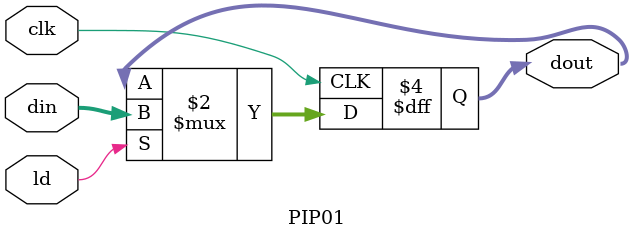
<source format=v>
module PIP01(dout,din,ld,clk);
input [15:0]din;
input ld,clk;
output reg[15:0] dout;
always @(posedge clk)
if(ld) dout <=din;
endmodule

</source>
